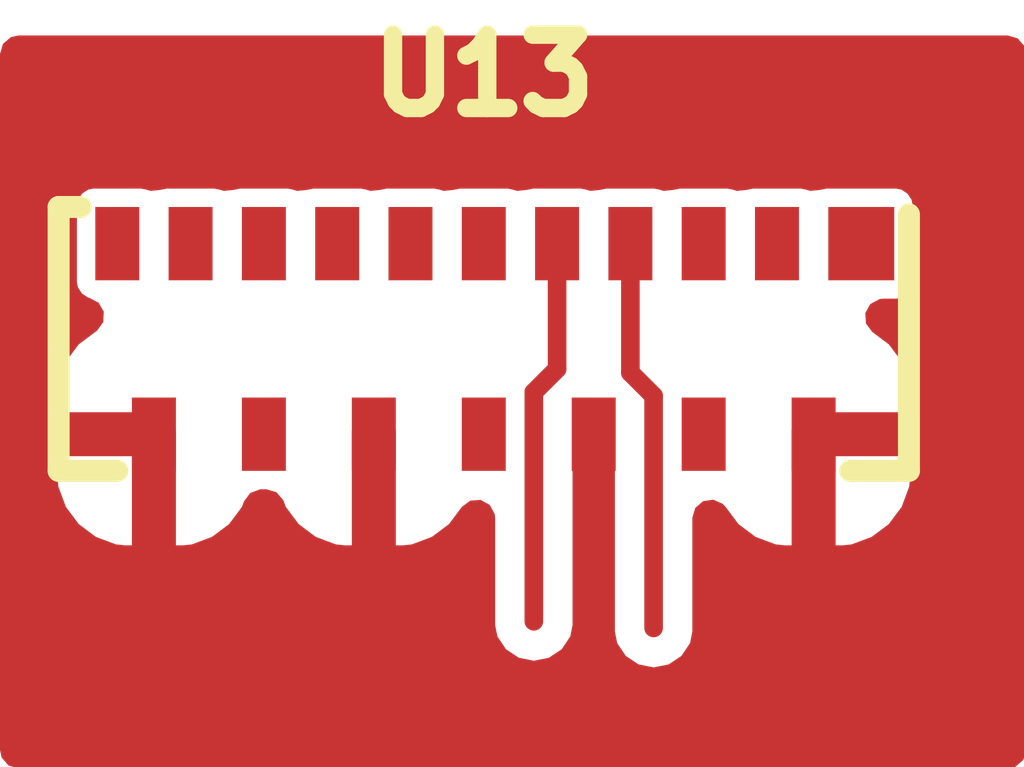
<source format=kicad_pcb>
(kicad_pcb (version 20230620) (generator pcbnew)
  (layers (0 "F.Cu" signal) (1 "In1.Cu" signal) (2 "In2.Cu" signal) (3 "In3.Cu" signal) (4 "In4.Cu" signal) (31 "B.Cu" signal) (34 "B.Paste" user) (35 "F.Paste" user) (36 "B.SilkS" user "B.Silkscreen") (37 "F.SilkS" user "F.Silkscreen") (38 "B.Mask" user) (39 "F.Mask" user) (44 "Edge.Cuts" user))
  (net 0 "")
  (net 1 "GND")
  (net 2 "/rasp_cm/HDMI_CK_N")
  (net 3 "/rasp_cm/HDMI_CK_P")
  (net 4 "/hdmi_conn/HDMI_D0_N")
  (net 5 "/hdmi_conn/HDMI_D0_P")
  (net 6 "/hdmi_conn/HDMI_D1_N")
  (net 7 "/hdmi_conn/HDMI_D1_P")
  (net 8 "/hdmi_conn/HDMI_D2_N")
  (net 9 "/hdmi_conn/HDMI_D2_P")
  (net 10 "/hdmi_conn/HDMI_CEC")
  (net 11 "/hdmi_conn/HDMI_SDA")
  (net 12 "/hdmi_conn/HDMI_SCL")
  (net 13 "/hdmi_conn/HDMI_HPD")
  (net 14 "+5V")
  (footprint "FS-Diode:TestFootprint" (layer "F.Cu") (at 22.8 18.07 180)
    (property "Reference" "U13" (at 0 1.8 180) (layer "F.SilkS") (effects (font (size 0.5 0.5) (thickness 0.125))))
    (property "Value" "TestFootprint")
    (fp_line (start 2.9 0.9) (end 2.9 -0.9) (stroke (width 0.15)) (layer "F.SilkS"))
    (fp_line (start 2.9 -0.9) (end 2.5 -0.9) (stroke (width 0.15)) (layer "F.SilkS"))
    (fp_line (start 2.75 0.9) (end 2.9 0.9) (stroke (width 0.15)) (layer "F.SilkS"))
    (fp_line (start -2.5 -0.9) (end -2.9 -0.9) (stroke (width 0.15)) (layer "F.SilkS"))
    (fp_line (start -2.9 -0.9) (end -2.9 0.85) (stroke (width 0.15)) (layer "F.SilkS"))
    (pad "1" smd rect (at -2.575 0.65 180) (size 0.45 0.5) (layers "F.Cu" "F.Paste" "F.Mask") (net 9 "/hdmi_conn/HDMI_D2_P"))
    (pad "2" smd rect (at -2 0.65 180) (size 0.3 0.5) (layers "F.Cu" "F.Paste" "F.Mask") (net 8 "/hdmi_conn/HDMI_D2_N"))
    (pad "3" smd rect (at -1.5 0.65 180) (size 0.3 0.5) (layers "F.Cu" "F.Paste" "F.Mask"))
    (pad "4" smd rect (at -1 0.65 180) (size 0.3 0.5) (layers "F.Cu" "F.Paste" "F.Mask") (net 7 "/hdmi_conn/HDMI_D1_P"))
    (pad "5" smd rect (at -0.5 0.65 180) (size 0.3 0.5) (layers "F.Cu" "F.Paste" "F.Mask") (net 6 "/hdmi_conn/HDMI_D1_N"))
    (pad "6" smd rect (at 0 0.65 180) (size 0.3 0.5) (layers "F.Cu" "F.Paste" "F.Mask") (net 12 "/hdmi_conn/HDMI_SCL"))
    (pad "7" smd rect (at 0.5 0.65 180) (size 0.3 0.5) (layers "F.Cu" "F.Paste" "F.Mask") (net 5 "/hdmi_conn/HDMI_D0_P"))
    (pad "8" smd rect (at 1 0.65 180) (size 0.3 0.5) (layers "F.Cu" "F.Paste" "F.Mask") (net 4 "/hdmi_conn/HDMI_D0_N"))
    (pad "9" smd rect (at 1.5 0.65 180) (size 0.3 0.5) (layers "F.Cu" "F.Paste" "F.Mask") (net 13 "/hdmi_conn/HDMI_HPD"))
    (pad "10" smd rect (at 2 0.65 180) (size 0.3 0.5) (layers "F.Cu" "F.Paste" "F.Mask") (net 3 "/rasp_cm/HDMI_CK_P"))
    (pad "11" smd rect (at 2.5 0.65 180) (size 0.3 0.5) (layers "F.Cu" "F.Paste" "F.Mask") (net 2 "/rasp_cm/HDMI_CK_N"))
    (pad "12" smd rect (at 2.25 -0.65 180) (size 0.3 0.5) (layers "F.Cu" "F.Paste" "F.Mask") (net 1 "GND"))
    (pad "13" smd rect (at 1.5 -0.65 180) (size 0.3 0.5) (layers "F.Cu" "F.Paste" "F.Mask") (net 14 "+5V"))
    (pad "14" smd rect (at 0.75 -0.65 180) (size 0.3 0.5) (layers "F.Cu" "F.Paste" "F.Mask") (net 1 "GND"))
    (pad "15" smd rect (at 0 -0.65 180) (size 0.3 0.5) (layers "F.Cu" "F.Paste" "F.Mask") (net 11 "/hdmi_conn/HDMI_SDA"))
    (pad "16" smd rect (at -0.75 -0.65 180) (size 0.3 0.5) (layers "F.Cu" "F.Paste" "F.Mask") (net 1 "GND"))
    (pad "17" smd rect (at -1.5 -0.65 180) (size 0.3 0.5) (layers "F.Cu" "F.Paste" "F.Mask") (net 10 "/hdmi_conn/HDMI_CEC"))
    (pad "18" smd rect (at -2.25 -0.65 180) (size 0.3 0.5) (layers "F.Cu" "F.Paste" "F.Mask") (net 1 "GND"))
  )
  (segment (start 23.55 19.6) (end 23.55 19.6) (width 0.25) (layer "F.Cu") (net 1))
  (segment (start 23.3 18.27517) (end 23.141499 18.433671) (width 0.127) (layer "F.Cu") (net 6))
  (segment (start 23.3 17.42) (end 23.3 18.27517) (width 0.127) (layer "F.Cu") (net 6))
  (segment (start 23.141499 18.433671) (end 23.141499 19.996081) (width 0.127) (layer "F.Cu") (net 6))
  (segment (start 23.8 18.3) (end 23.958501 18.458501) (width 0.127) (layer "F.Cu") (net 7))
  (segment (start 23.8 17.42) (end 23.8 18.3) (width 0.127) (layer "F.Cu") (net 7))
  (segment (start 23.958501 18.458501) (end 23.958501 20.041499) (width 0.127) (layer "F.Cu") (net 7))
  (zone (net 1) (net_name "GND") (layer "F.Cu") (connect_pads (clearance 0.2)) (min_thickness 0.254) (fill yes (thermal_gap 0.508) (thermal_bridge_width 0.508))
    (polygon (pts (xy 19.5 16) (xy 19.5 21) (xy 26.5 21) (xy 26.5 16)))
  )
)
</source>
